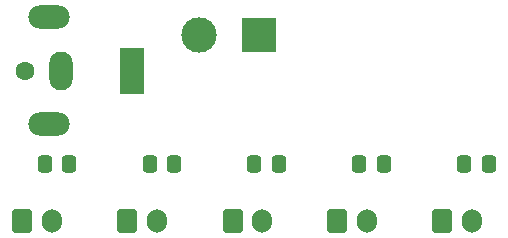
<source format=gts>
%TF.GenerationSoftware,KiCad,Pcbnew,(6.0.8)*%
%TF.CreationDate,2023-01-30T22:30:07-07:00*%
%TF.ProjectId,Power,506f7765-722e-46b6-9963-61645f706362,rev?*%
%TF.SameCoordinates,Original*%
%TF.FileFunction,Soldermask,Top*%
%TF.FilePolarity,Negative*%
%FSLAX46Y46*%
G04 Gerber Fmt 4.6, Leading zero omitted, Abs format (unit mm)*
G04 Created by KiCad (PCBNEW (6.0.8)) date 2023-01-30 22:30:07*
%MOMM*%
%LPD*%
G01*
G04 APERTURE LIST*
G04 Aperture macros list*
%AMRoundRect*
0 Rectangle with rounded corners*
0 $1 Rounding radius*
0 $2 $3 $4 $5 $6 $7 $8 $9 X,Y pos of 4 corners*
0 Add a 4 corners polygon primitive as box body*
4,1,4,$2,$3,$4,$5,$6,$7,$8,$9,$2,$3,0*
0 Add four circle primitives for the rounded corners*
1,1,$1+$1,$2,$3*
1,1,$1+$1,$4,$5*
1,1,$1+$1,$6,$7*
1,1,$1+$1,$8,$9*
0 Add four rect primitives between the rounded corners*
20,1,$1+$1,$2,$3,$4,$5,0*
20,1,$1+$1,$4,$5,$6,$7,0*
20,1,$1+$1,$6,$7,$8,$9,0*
20,1,$1+$1,$8,$9,$2,$3,0*%
G04 Aperture macros list end*
%ADD10RoundRect,0.250000X-0.337500X-0.475000X0.337500X-0.475000X0.337500X0.475000X-0.337500X0.475000X0*%
%ADD11RoundRect,0.250000X-0.600000X-0.750000X0.600000X-0.750000X0.600000X0.750000X-0.600000X0.750000X0*%
%ADD12O,1.700000X2.000000*%
%ADD13C,1.600000*%
%ADD14R,2.000000X4.000000*%
%ADD15O,2.000000X3.300000*%
%ADD16O,3.500000X2.000000*%
%ADD17R,3.000000X3.000000*%
%ADD18C,3.000000*%
G04 APERTURE END LIST*
D10*
%TO.C,C1*%
X116344000Y-98874000D03*
X118419000Y-98874000D03*
%TD*%
D11*
%TO.C,J6*%
X141092500Y-103700000D03*
D12*
X143592500Y-103700000D03*
%TD*%
D11*
%TO.C,J5*%
X132242500Y-103700000D03*
D12*
X134742500Y-103700000D03*
%TD*%
D13*
%TO.C,J2*%
X114700000Y-91000000D03*
D14*
X123700000Y-91000000D03*
D15*
X117700000Y-91000000D03*
D16*
X116700000Y-95500000D03*
X116700000Y-86500000D03*
%TD*%
D10*
%TO.C,C2*%
X125212500Y-98874000D03*
X127287500Y-98874000D03*
%TD*%
D11*
%TO.C,J4*%
X123312500Y-103700000D03*
D12*
X125812500Y-103700000D03*
%TD*%
D10*
%TO.C,C4*%
X151861000Y-98874000D03*
X153936000Y-98874000D03*
%TD*%
D17*
%TO.C,J1*%
X134510000Y-88000000D03*
D18*
X129430000Y-88000000D03*
%TD*%
D11*
%TO.C,J7*%
X149982500Y-103700000D03*
D12*
X152482500Y-103700000D03*
%TD*%
D10*
%TO.C,C3*%
X134081000Y-98874000D03*
X136156000Y-98874000D03*
%TD*%
%TO.C,C5*%
X142971000Y-98874000D03*
X145046000Y-98874000D03*
%TD*%
D11*
%TO.C,J3*%
X114422500Y-103700000D03*
D12*
X116922500Y-103700000D03*
%TD*%
M02*

</source>
